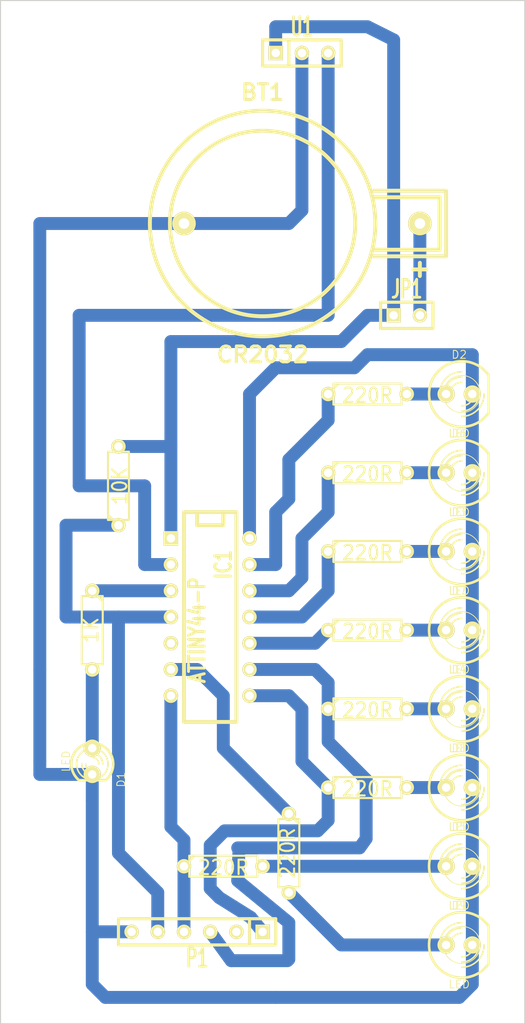
<source format=kicad_pcb>
(kicad_pcb (version 3) (host pcbnew "(2013-07-07 BZR 4022)-stable")

  (general
    (links 40)
    (no_connects 0)
    (area 48.209999 17.729999 99.110001 116.890001)
    (thickness 1.6)
    (drawings 4)
    (tracks 117)
    (zones 0)
    (modules 24)
    (nets 24)
  )

  (page A4)
  (title_block 
    (title "POV Bike")
    (rev 1)
    (company "Garoa Hacker Clube")
    (comment 1 "Daniel Quadros")
  )

  (layers
    (15 F.Cu signal)
    (0 B.Cu signal)
    (16 B.Adhes user)
    (17 F.Adhes user)
    (18 B.Paste user)
    (19 F.Paste user)
    (20 B.SilkS user)
    (21 F.SilkS user)
    (22 B.Mask user)
    (23 F.Mask user)
    (24 Dwgs.User user)
    (25 Cmts.User user)
    (26 Eco1.User user)
    (27 Eco2.User user)
    (28 Edge.Cuts user)
  )

  (setup
    (last_trace_width 1.25)
    (user_trace_width 0.4)
    (user_trace_width 0.75)
    (user_trace_width 1.25)
    (trace_clearance 0.254)
    (zone_clearance 0.508)
    (zone_45_only no)
    (trace_min 0.254)
    (segment_width 0.2)
    (edge_width 0.1)
    (via_size 0.889)
    (via_drill 0.635)
    (via_min_size 0.889)
    (via_min_drill 0.508)
    (uvia_size 0.508)
    (uvia_drill 0.127)
    (uvias_allowed no)
    (uvia_min_size 0.508)
    (uvia_min_drill 0.127)
    (pcb_text_width 0.3)
    (pcb_text_size 1.5 1.5)
    (mod_edge_width 0.15)
    (mod_text_size 1 1)
    (mod_text_width 0.15)
    (pad_size 1.5 1.5)
    (pad_drill 0.6)
    (pad_to_mask_clearance 0)
    (aux_axis_origin 0 0)
    (visible_elements 7FFFFFFF)
    (pcbplotparams
      (layerselection 3178497)
      (usegerberextensions true)
      (excludeedgelayer true)
      (linewidth 0.150000)
      (plotframeref false)
      (viasonmask false)
      (mode 1)
      (useauxorigin false)
      (hpglpennumber 1)
      (hpglpenspeed 20)
      (hpglpendiameter 15)
      (hpglpenoverlay 2)
      (psnegative false)
      (psa4output false)
      (plotreference true)
      (plotvalue true)
      (plotothertext true)
      (plotinvisibletext false)
      (padsonsilk false)
      (subtractmaskfromsilk false)
      (outputformat 1)
      (mirror false)
      (drillshape 1)
      (scaleselection 1)
      (outputdirectory ""))
  )

  (net 0 "")
  (net 1 +BATT)
  (net 2 GND)
  (net 3 N-0000010)
  (net 4 N-0000011)
  (net 5 N-0000012)
  (net 6 N-0000013)
  (net 7 N-0000014)
  (net 8 N-0000015)
  (net 9 N-0000016)
  (net 10 N-0000017)
  (net 11 N-0000018)
  (net 12 N-0000019)
  (net 13 N-000002)
  (net 14 N-0000020)
  (net 15 N-0000021)
  (net 16 N-0000022)
  (net 17 N-0000023)
  (net 18 N-0000024)
  (net 19 N-000004)
  (net 20 N-000005)
  (net 21 N-000006)
  (net 22 N-000008)
  (net 23 N-000009)

  (net_class Default "This is the default net class."
    (clearance 0.254)
    (trace_width 0.254)
    (via_dia 0.889)
    (via_drill 0.635)
    (uvia_dia 0.508)
    (uvia_drill 0.127)
    (add_net "")
    (add_net +BATT)
    (add_net GND)
    (add_net N-0000010)
    (add_net N-0000011)
    (add_net N-0000012)
    (add_net N-0000013)
    (add_net N-0000014)
    (add_net N-0000015)
    (add_net N-0000016)
    (add_net N-0000017)
    (add_net N-0000018)
    (add_net N-0000019)
    (add_net N-000002)
    (add_net N-0000020)
    (add_net N-0000021)
    (add_net N-0000022)
    (add_net N-0000023)
    (add_net N-0000024)
    (add_net N-000004)
    (add_net N-000005)
    (add_net N-000006)
    (add_net N-000008)
    (add_net N-000009)
  )

  (module SIL-6 (layer F.Cu) (tedit 200000) (tstamp 54D0CD51)
    (at 67.31 107.95 180)
    (descr "Connecteur 6 pins")
    (tags "CONN DEV")
    (path /54CFA81D)
    (fp_text reference P1 (at 0 -2.54 180) (layer F.SilkS)
      (effects (font (size 1.72974 1.08712) (thickness 0.3048)))
    )
    (fp_text value CONN_6 (at 0 -2.54 180) (layer F.SilkS) hide
      (effects (font (size 1.524 1.016) (thickness 0.3048)))
    )
    (fp_line (start -7.62 1.27) (end -7.62 -1.27) (layer F.SilkS) (width 0.3048))
    (fp_line (start -7.62 -1.27) (end 7.62 -1.27) (layer F.SilkS) (width 0.3048))
    (fp_line (start 7.62 -1.27) (end 7.62 1.27) (layer F.SilkS) (width 0.3048))
    (fp_line (start 7.62 1.27) (end -7.62 1.27) (layer F.SilkS) (width 0.3048))
    (fp_line (start -5.08 1.27) (end -5.08 -1.27) (layer F.SilkS) (width 0.3048))
    (pad 1 thru_hole rect (at -6.35 0 180) (size 1.397 1.397) (drill 0.8128)
      (layers *.Cu *.Mask F.SilkS)
      (net 11 N-0000018)
    )
    (pad 2 thru_hole circle (at -3.81 0 180) (size 1.397 1.397) (drill 0.8128)
      (layers *.Cu *.Mask F.SilkS)
    )
    (pad 3 thru_hole circle (at -1.27 0 180) (size 1.397 1.397) (drill 0.8128)
      (layers *.Cu *.Mask F.SilkS)
      (net 12 N-0000019)
    )
    (pad 4 thru_hole circle (at 1.27 0 180) (size 1.397 1.397) (drill 0.8128)
      (layers *.Cu *.Mask F.SilkS)
      (net 10 N-0000017)
    )
    (pad 5 thru_hole circle (at 3.81 0 180) (size 1.397 1.397) (drill 0.8128)
      (layers *.Cu *.Mask F.SilkS)
      (net 13 N-000002)
    )
    (pad 6 thru_hole circle (at 6.35 0 180) (size 1.397 1.397) (drill 0.8128)
      (layers *.Cu *.Mask F.SilkS)
      (net 2 GND)
    )
  )

  (module SIL-3 (layer F.Cu) (tedit 200000) (tstamp 54D0C57F)
    (at 77.47 22.86)
    (descr "Connecteur 3 pins")
    (tags "CONN DEV")
    (path /54D0C119)
    (fp_text reference U1 (at 0 -2.54) (layer F.SilkS)
      (effects (font (size 1.7907 1.07696) (thickness 0.3048)))
    )
    (fp_text value A1120 (at 0 -2.54) (layer F.SilkS) hide
      (effects (font (size 1.524 1.016) (thickness 0.3048)))
    )
    (fp_line (start -3.81 1.27) (end -3.81 -1.27) (layer F.SilkS) (width 0.3048))
    (fp_line (start -3.81 -1.27) (end 3.81 -1.27) (layer F.SilkS) (width 0.3048))
    (fp_line (start 3.81 -1.27) (end 3.81 1.27) (layer F.SilkS) (width 0.3048))
    (fp_line (start 3.81 1.27) (end -3.81 1.27) (layer F.SilkS) (width 0.3048))
    (fp_line (start -1.27 -1.27) (end -1.27 1.27) (layer F.SilkS) (width 0.3048))
    (pad 1 thru_hole rect (at -2.54 0) (size 1.397 1.397) (drill 0.8128)
      (layers *.Cu *.Mask F.SilkS)
      (net 1 +BATT)
    )
    (pad 2 thru_hole circle (at 0 0) (size 1.397 1.397) (drill 0.8128)
      (layers *.Cu *.Mask F.SilkS)
      (net 2 GND)
    )
    (pad 3 thru_hole circle (at 2.54 0) (size 1.397 1.397) (drill 0.8128)
      (layers *.Cu *.Mask F.SilkS)
      (net 19 N-000004)
    )
  )

  (module SIL-2 (layer F.Cu) (tedit 200000) (tstamp 54D0C589)
    (at 87.63 48.26)
    (descr "Connecteurs 2 pins")
    (tags "CONN DEV")
    (path /54CFA85B)
    (fp_text reference JP1 (at 0 -2.54) (layer F.SilkS)
      (effects (font (size 1.72974 1.08712) (thickness 0.3048)))
    )
    (fp_text value JUMPER (at 0 -2.54) (layer F.SilkS) hide
      (effects (font (size 1.524 1.016) (thickness 0.3048)))
    )
    (fp_line (start -2.54 1.27) (end -2.54 -1.27) (layer F.SilkS) (width 0.3048))
    (fp_line (start -2.54 -1.27) (end 2.54 -1.27) (layer F.SilkS) (width 0.3048))
    (fp_line (start 2.54 -1.27) (end 2.54 1.27) (layer F.SilkS) (width 0.3048))
    (fp_line (start 2.54 1.27) (end -2.54 1.27) (layer F.SilkS) (width 0.3048))
    (pad 1 thru_hole rect (at -1.27 0) (size 1.397 1.397) (drill 0.8128)
      (layers *.Cu *.Mask F.SilkS)
      (net 1 +BATT)
    )
    (pad 2 thru_hole circle (at 1.27 0) (size 1.397 1.397) (drill 0.8128)
      (layers *.Cu *.Mask F.SilkS)
      (net 20 N-000005)
    )
  )

  (module R3 (layer F.Cu) (tedit 4E4C0E65) (tstamp 54D0C597)
    (at 83.82 55.88)
    (descr "Resitance 3 pas")
    (tags R)
    (path /54CFA791)
    (autoplace_cost180 10)
    (fp_text reference R3 (at 0 0.127) (layer F.SilkS) hide
      (effects (font (size 1.397 1.27) (thickness 0.2032)))
    )
    (fp_text value 220R (at 0 0.127) (layer F.SilkS)
      (effects (font (size 1.397 1.27) (thickness 0.2032)))
    )
    (fp_line (start -3.81 0) (end -3.302 0) (layer F.SilkS) (width 0.2032))
    (fp_line (start 3.81 0) (end 3.302 0) (layer F.SilkS) (width 0.2032))
    (fp_line (start 3.302 0) (end 3.302 -1.016) (layer F.SilkS) (width 0.2032))
    (fp_line (start 3.302 -1.016) (end -3.302 -1.016) (layer F.SilkS) (width 0.2032))
    (fp_line (start -3.302 -1.016) (end -3.302 1.016) (layer F.SilkS) (width 0.2032))
    (fp_line (start -3.302 1.016) (end 3.302 1.016) (layer F.SilkS) (width 0.2032))
    (fp_line (start 3.302 1.016) (end 3.302 0) (layer F.SilkS) (width 0.2032))
    (fp_line (start -3.302 -0.508) (end -2.794 -1.016) (layer F.SilkS) (width 0.2032))
    (pad 1 thru_hole circle (at -3.81 0) (size 1.397 1.397) (drill 0.8128)
      (layers *.Cu *.Mask F.SilkS)
      (net 16 N-0000022)
    )
    (pad 2 thru_hole circle (at 3.81 0) (size 1.397 1.397) (drill 0.8128)
      (layers *.Cu *.Mask F.SilkS)
      (net 17 N-0000023)
    )
    (model discret/resistor.wrl
      (at (xyz 0 0 0))
      (scale (xyz 0.3 0.3 0.3))
      (rotate (xyz 0 0 0))
    )
  )

  (module R3 (layer F.Cu) (tedit 4E4C0E65) (tstamp 54D0C5A5)
    (at 83.82 63.5)
    (descr "Resitance 3 pas")
    (tags R)
    (path /54CFA79E)
    (autoplace_cost180 10)
    (fp_text reference R7 (at 0 0.127) (layer F.SilkS) hide
      (effects (font (size 1.397 1.27) (thickness 0.2032)))
    )
    (fp_text value 220R (at 0 0.127) (layer F.SilkS)
      (effects (font (size 1.397 1.27) (thickness 0.2032)))
    )
    (fp_line (start -3.81 0) (end -3.302 0) (layer F.SilkS) (width 0.2032))
    (fp_line (start 3.81 0) (end 3.302 0) (layer F.SilkS) (width 0.2032))
    (fp_line (start 3.302 0) (end 3.302 -1.016) (layer F.SilkS) (width 0.2032))
    (fp_line (start 3.302 -1.016) (end -3.302 -1.016) (layer F.SilkS) (width 0.2032))
    (fp_line (start -3.302 -1.016) (end -3.302 1.016) (layer F.SilkS) (width 0.2032))
    (fp_line (start -3.302 1.016) (end 3.302 1.016) (layer F.SilkS) (width 0.2032))
    (fp_line (start 3.302 1.016) (end 3.302 0) (layer F.SilkS) (width 0.2032))
    (fp_line (start -3.302 -0.508) (end -2.794 -1.016) (layer F.SilkS) (width 0.2032))
    (pad 1 thru_hole circle (at -3.81 0) (size 1.397 1.397) (drill 0.8128)
      (layers *.Cu *.Mask F.SilkS)
      (net 18 N-0000024)
    )
    (pad 2 thru_hole circle (at 3.81 0) (size 1.397 1.397) (drill 0.8128)
      (layers *.Cu *.Mask F.SilkS)
      (net 4 N-0000011)
    )
    (model discret/resistor.wrl
      (at (xyz 0 0 0))
      (scale (xyz 0.3 0.3 0.3))
      (rotate (xyz 0 0 0))
    )
  )

  (module R3 (layer F.Cu) (tedit 4E4C0E65) (tstamp 54D0C5B3)
    (at 83.82 71.12)
    (descr "Resitance 3 pas")
    (tags R)
    (path /54CFA7A4)
    (autoplace_cost180 10)
    (fp_text reference R4 (at 0 0.127) (layer F.SilkS) hide
      (effects (font (size 1.397 1.27) (thickness 0.2032)))
    )
    (fp_text value 220R (at 0 0.127) (layer F.SilkS)
      (effects (font (size 1.397 1.27) (thickness 0.2032)))
    )
    (fp_line (start -3.81 0) (end -3.302 0) (layer F.SilkS) (width 0.2032))
    (fp_line (start 3.81 0) (end 3.302 0) (layer F.SilkS) (width 0.2032))
    (fp_line (start 3.302 0) (end 3.302 -1.016) (layer F.SilkS) (width 0.2032))
    (fp_line (start 3.302 -1.016) (end -3.302 -1.016) (layer F.SilkS) (width 0.2032))
    (fp_line (start -3.302 -1.016) (end -3.302 1.016) (layer F.SilkS) (width 0.2032))
    (fp_line (start -3.302 1.016) (end 3.302 1.016) (layer F.SilkS) (width 0.2032))
    (fp_line (start 3.302 1.016) (end 3.302 0) (layer F.SilkS) (width 0.2032))
    (fp_line (start -3.302 -0.508) (end -2.794 -1.016) (layer F.SilkS) (width 0.2032))
    (pad 1 thru_hole circle (at -3.81 0) (size 1.397 1.397) (drill 0.8128)
      (layers *.Cu *.Mask F.SilkS)
      (net 8 N-0000015)
    )
    (pad 2 thru_hole circle (at 3.81 0) (size 1.397 1.397) (drill 0.8128)
      (layers *.Cu *.Mask F.SilkS)
      (net 6 N-0000013)
    )
    (model discret/resistor.wrl
      (at (xyz 0 0 0))
      (scale (xyz 0.3 0.3 0.3))
      (rotate (xyz 0 0 0))
    )
  )

  (module R3 (layer F.Cu) (tedit 4E4C0E65) (tstamp 54D0C5C1)
    (at 83.82 78.74)
    (descr "Resitance 3 pas")
    (tags R)
    (path /54CFA7AA)
    (autoplace_cost180 10)
    (fp_text reference R8 (at 0 0.127) (layer F.SilkS) hide
      (effects (font (size 1.397 1.27) (thickness 0.2032)))
    )
    (fp_text value 220R (at 0 0.127) (layer F.SilkS)
      (effects (font (size 1.397 1.27) (thickness 0.2032)))
    )
    (fp_line (start -3.81 0) (end -3.302 0) (layer F.SilkS) (width 0.2032))
    (fp_line (start 3.81 0) (end 3.302 0) (layer F.SilkS) (width 0.2032))
    (fp_line (start 3.302 0) (end 3.302 -1.016) (layer F.SilkS) (width 0.2032))
    (fp_line (start 3.302 -1.016) (end -3.302 -1.016) (layer F.SilkS) (width 0.2032))
    (fp_line (start -3.302 -1.016) (end -3.302 1.016) (layer F.SilkS) (width 0.2032))
    (fp_line (start -3.302 1.016) (end 3.302 1.016) (layer F.SilkS) (width 0.2032))
    (fp_line (start 3.302 1.016) (end 3.302 0) (layer F.SilkS) (width 0.2032))
    (fp_line (start -3.302 -0.508) (end -2.794 -1.016) (layer F.SilkS) (width 0.2032))
    (pad 1 thru_hole circle (at -3.81 0) (size 1.397 1.397) (drill 0.8128)
      (layers *.Cu *.Mask F.SilkS)
      (net 14 N-0000020)
    )
    (pad 2 thru_hole circle (at 3.81 0) (size 1.397 1.397) (drill 0.8128)
      (layers *.Cu *.Mask F.SilkS)
      (net 23 N-000009)
    )
    (model discret/resistor.wrl
      (at (xyz 0 0 0))
      (scale (xyz 0.3 0.3 0.3))
      (rotate (xyz 0 0 0))
    )
  )

  (module R3 (layer F.Cu) (tedit 4E4C0E65) (tstamp 54D0C5CF)
    (at 83.82 86.36)
    (descr "Resitance 3 pas")
    (tags R)
    (path /54CFA7B0)
    (autoplace_cost180 10)
    (fp_text reference R5 (at 0 0.127) (layer F.SilkS) hide
      (effects (font (size 1.397 1.27) (thickness 0.2032)))
    )
    (fp_text value 220R (at 0 0.127) (layer F.SilkS)
      (effects (font (size 1.397 1.27) (thickness 0.2032)))
    )
    (fp_line (start -3.81 0) (end -3.302 0) (layer F.SilkS) (width 0.2032))
    (fp_line (start 3.81 0) (end 3.302 0) (layer F.SilkS) (width 0.2032))
    (fp_line (start 3.302 0) (end 3.302 -1.016) (layer F.SilkS) (width 0.2032))
    (fp_line (start 3.302 -1.016) (end -3.302 -1.016) (layer F.SilkS) (width 0.2032))
    (fp_line (start -3.302 -1.016) (end -3.302 1.016) (layer F.SilkS) (width 0.2032))
    (fp_line (start -3.302 1.016) (end 3.302 1.016) (layer F.SilkS) (width 0.2032))
    (fp_line (start 3.302 1.016) (end 3.302 0) (layer F.SilkS) (width 0.2032))
    (fp_line (start -3.302 -0.508) (end -2.794 -1.016) (layer F.SilkS) (width 0.2032))
    (pad 1 thru_hole circle (at -3.81 0) (size 1.397 1.397) (drill 0.8128)
      (layers *.Cu *.Mask F.SilkS)
      (net 12 N-0000019)
    )
    (pad 2 thru_hole circle (at 3.81 0) (size 1.397 1.397) (drill 0.8128)
      (layers *.Cu *.Mask F.SilkS)
      (net 7 N-0000014)
    )
    (model discret/resistor.wrl
      (at (xyz 0 0 0))
      (scale (xyz 0.3 0.3 0.3))
      (rotate (xyz 0 0 0))
    )
  )

  (module R3 (layer F.Cu) (tedit 4E4C0E65) (tstamp 54D0C5DD)
    (at 83.82 93.98)
    (descr "Resitance 3 pas")
    (tags R)
    (path /54CFA7B6)
    (autoplace_cost180 10)
    (fp_text reference R9 (at 0 0.127) (layer F.SilkS) hide
      (effects (font (size 1.397 1.27) (thickness 0.2032)))
    )
    (fp_text value 220R (at 0 0.127) (layer F.SilkS)
      (effects (font (size 1.397 1.27) (thickness 0.2032)))
    )
    (fp_line (start -3.81 0) (end -3.302 0) (layer F.SilkS) (width 0.2032))
    (fp_line (start 3.81 0) (end 3.302 0) (layer F.SilkS) (width 0.2032))
    (fp_line (start 3.302 0) (end 3.302 -1.016) (layer F.SilkS) (width 0.2032))
    (fp_line (start 3.302 -1.016) (end -3.302 -1.016) (layer F.SilkS) (width 0.2032))
    (fp_line (start -3.302 -1.016) (end -3.302 1.016) (layer F.SilkS) (width 0.2032))
    (fp_line (start -3.302 1.016) (end 3.302 1.016) (layer F.SilkS) (width 0.2032))
    (fp_line (start 3.302 1.016) (end 3.302 0) (layer F.SilkS) (width 0.2032))
    (fp_line (start -3.302 -0.508) (end -2.794 -1.016) (layer F.SilkS) (width 0.2032))
    (pad 1 thru_hole circle (at -3.81 0) (size 1.397 1.397) (drill 0.8128)
      (layers *.Cu *.Mask F.SilkS)
      (net 11 N-0000018)
    )
    (pad 2 thru_hole circle (at 3.81 0) (size 1.397 1.397) (drill 0.8128)
      (layers *.Cu *.Mask F.SilkS)
      (net 3 N-0000010)
    )
    (model discret/resistor.wrl
      (at (xyz 0 0 0))
      (scale (xyz 0.3 0.3 0.3))
      (rotate (xyz 0 0 0))
    )
  )

  (module R3 (layer F.Cu) (tedit 4E4C0E65) (tstamp 54D0D10E)
    (at 69.85 101.6)
    (descr "Resitance 3 pas")
    (tags R)
    (path /54CFA7BC)
    (autoplace_cost180 10)
    (fp_text reference R6 (at 0 0.127) (layer F.SilkS) hide
      (effects (font (size 1.397 1.27) (thickness 0.2032)))
    )
    (fp_text value 220R (at 0 0.127) (layer F.SilkS)
      (effects (font (size 1.397 1.27) (thickness 0.2032)))
    )
    (fp_line (start -3.81 0) (end -3.302 0) (layer F.SilkS) (width 0.2032))
    (fp_line (start 3.81 0) (end 3.302 0) (layer F.SilkS) (width 0.2032))
    (fp_line (start 3.302 0) (end 3.302 -1.016) (layer F.SilkS) (width 0.2032))
    (fp_line (start 3.302 -1.016) (end -3.302 -1.016) (layer F.SilkS) (width 0.2032))
    (fp_line (start -3.302 -1.016) (end -3.302 1.016) (layer F.SilkS) (width 0.2032))
    (fp_line (start -3.302 1.016) (end 3.302 1.016) (layer F.SilkS) (width 0.2032))
    (fp_line (start 3.302 1.016) (end 3.302 0) (layer F.SilkS) (width 0.2032))
    (fp_line (start -3.302 -0.508) (end -2.794 -1.016) (layer F.SilkS) (width 0.2032))
    (pad 1 thru_hole circle (at -3.81 0) (size 1.397 1.397) (drill 0.8128)
      (layers *.Cu *.Mask F.SilkS)
      (net 10 N-0000017)
    )
    (pad 2 thru_hole circle (at 3.81 0) (size 1.397 1.397) (drill 0.8128)
      (layers *.Cu *.Mask F.SilkS)
      (net 15 N-0000021)
    )
    (model discret/resistor.wrl
      (at (xyz 0 0 0))
      (scale (xyz 0.3 0.3 0.3))
      (rotate (xyz 0 0 0))
    )
  )

  (module R3 (layer F.Cu) (tedit 4E4C0E65) (tstamp 54D0D017)
    (at 76.2 100.33 270)
    (descr "Resitance 3 pas")
    (tags R)
    (path /54CFA7C2)
    (autoplace_cost180 10)
    (fp_text reference R10 (at 0 0.127 270) (layer F.SilkS) hide
      (effects (font (size 1.397 1.27) (thickness 0.2032)))
    )
    (fp_text value 220R (at 0 0.127 270) (layer F.SilkS)
      (effects (font (size 1.397 1.27) (thickness 0.2032)))
    )
    (fp_line (start -3.81 0) (end -3.302 0) (layer F.SilkS) (width 0.2032))
    (fp_line (start 3.81 0) (end 3.302 0) (layer F.SilkS) (width 0.2032))
    (fp_line (start 3.302 0) (end 3.302 -1.016) (layer F.SilkS) (width 0.2032))
    (fp_line (start 3.302 -1.016) (end -3.302 -1.016) (layer F.SilkS) (width 0.2032))
    (fp_line (start -3.302 -1.016) (end -3.302 1.016) (layer F.SilkS) (width 0.2032))
    (fp_line (start -3.302 1.016) (end 3.302 1.016) (layer F.SilkS) (width 0.2032))
    (fp_line (start 3.302 1.016) (end 3.302 0) (layer F.SilkS) (width 0.2032))
    (fp_line (start -3.302 -0.508) (end -2.794 -1.016) (layer F.SilkS) (width 0.2032))
    (pad 1 thru_hole circle (at -3.81 0 270) (size 1.397 1.397) (drill 0.8128)
      (layers *.Cu *.Mask F.SilkS)
      (net 9 N-0000016)
    )
    (pad 2 thru_hole circle (at 3.81 0 270) (size 1.397 1.397) (drill 0.8128)
      (layers *.Cu *.Mask F.SilkS)
      (net 5 N-0000012)
    )
    (model discret/resistor.wrl
      (at (xyz 0 0 0))
      (scale (xyz 0.3 0.3 0.3))
      (rotate (xyz 0 0 0))
    )
  )

  (module R3 (layer F.Cu) (tedit 4E4C0E65) (tstamp 54D0CAEB)
    (at 57.15 78.74 270)
    (descr "Resitance 3 pas")
    (tags R)
    (path /54CFAC52)
    (autoplace_cost180 10)
    (fp_text reference R1 (at 0 0.127 270) (layer F.SilkS) hide
      (effects (font (size 1.397 1.27) (thickness 0.2032)))
    )
    (fp_text value 1K (at 0 0.127 270) (layer F.SilkS)
      (effects (font (size 1.397 1.27) (thickness 0.2032)))
    )
    (fp_line (start -3.81 0) (end -3.302 0) (layer F.SilkS) (width 0.2032))
    (fp_line (start 3.81 0) (end 3.302 0) (layer F.SilkS) (width 0.2032))
    (fp_line (start 3.302 0) (end 3.302 -1.016) (layer F.SilkS) (width 0.2032))
    (fp_line (start 3.302 -1.016) (end -3.302 -1.016) (layer F.SilkS) (width 0.2032))
    (fp_line (start -3.302 -1.016) (end -3.302 1.016) (layer F.SilkS) (width 0.2032))
    (fp_line (start -3.302 1.016) (end 3.302 1.016) (layer F.SilkS) (width 0.2032))
    (fp_line (start 3.302 1.016) (end 3.302 0) (layer F.SilkS) (width 0.2032))
    (fp_line (start -3.302 -0.508) (end -2.794 -1.016) (layer F.SilkS) (width 0.2032))
    (pad 1 thru_hole circle (at -3.81 0 270) (size 1.397 1.397) (drill 0.8128)
      (layers *.Cu *.Mask F.SilkS)
      (net 21 N-000006)
    )
    (pad 2 thru_hole circle (at 3.81 0 270) (size 1.397 1.397) (drill 0.8128)
      (layers *.Cu *.Mask F.SilkS)
      (net 22 N-000008)
    )
    (model discret/resistor.wrl
      (at (xyz 0 0 0))
      (scale (xyz 0.3 0.3 0.3))
      (rotate (xyz 0 0 0))
    )
  )

  (module R3 (layer F.Cu) (tedit 4E4C0E65) (tstamp 54D0C615)
    (at 59.69 64.77 90)
    (descr "Resitance 3 pas")
    (tags R)
    (path /54CFABA3)
    (autoplace_cost180 10)
    (fp_text reference R2 (at 0 0.127 90) (layer F.SilkS) hide
      (effects (font (size 1.397 1.27) (thickness 0.2032)))
    )
    (fp_text value 10K (at 0 0.127 90) (layer F.SilkS)
      (effects (font (size 1.397 1.27) (thickness 0.2032)))
    )
    (fp_line (start -3.81 0) (end -3.302 0) (layer F.SilkS) (width 0.2032))
    (fp_line (start 3.81 0) (end 3.302 0) (layer F.SilkS) (width 0.2032))
    (fp_line (start 3.302 0) (end 3.302 -1.016) (layer F.SilkS) (width 0.2032))
    (fp_line (start 3.302 -1.016) (end -3.302 -1.016) (layer F.SilkS) (width 0.2032))
    (fp_line (start -3.302 -1.016) (end -3.302 1.016) (layer F.SilkS) (width 0.2032))
    (fp_line (start -3.302 1.016) (end 3.302 1.016) (layer F.SilkS) (width 0.2032))
    (fp_line (start 3.302 1.016) (end 3.302 0) (layer F.SilkS) (width 0.2032))
    (fp_line (start -3.302 -0.508) (end -2.794 -1.016) (layer F.SilkS) (width 0.2032))
    (pad 1 thru_hole circle (at -3.81 0 90) (size 1.397 1.397) (drill 0.8128)
      (layers *.Cu *.Mask F.SilkS)
      (net 13 N-000002)
    )
    (pad 2 thru_hole circle (at 3.81 0 90) (size 1.397 1.397) (drill 0.8128)
      (layers *.Cu *.Mask F.SilkS)
      (net 1 +BATT)
    )
    (model discret/resistor.wrl
      (at (xyz 0 0 0))
      (scale (xyz 0.3 0.3 0.3))
      (rotate (xyz 0 0 0))
    )
  )

  (module LED-5MM (layer F.Cu) (tedit 50ADE86B) (tstamp 54D0C624)
    (at 92.71 86.36)
    (descr "LED 5mm - Lead pitch 100mil (2,54mm)")
    (tags "LED led 5mm 5MM 100mil 2,54mm")
    (path /54CFA7DD)
    (fp_text reference D4 (at 0 -3.81) (layer F.SilkS)
      (effects (font (size 0.762 0.762) (thickness 0.0889)))
    )
    (fp_text value LED (at 0 3.81) (layer F.SilkS)
      (effects (font (size 0.762 0.762) (thickness 0.0889)))
    )
    (fp_line (start 2.8448 1.905) (end 2.8448 -1.905) (layer F.SilkS) (width 0.2032))
    (fp_circle (center 0.254 0) (end -1.016 1.27) (layer F.SilkS) (width 0.0762))
    (fp_arc (start 0.254 0) (end 2.794 1.905) (angle 286.2) (layer F.SilkS) (width 0.254))
    (fp_arc (start 0.254 0) (end -0.889 0) (angle 90) (layer F.SilkS) (width 0.1524))
    (fp_arc (start 0.254 0) (end 1.397 0) (angle 90) (layer F.SilkS) (width 0.1524))
    (fp_arc (start 0.254 0) (end -1.397 0) (angle 90) (layer F.SilkS) (width 0.1524))
    (fp_arc (start 0.254 0) (end 1.905 0) (angle 90) (layer F.SilkS) (width 0.1524))
    (fp_arc (start 0.254 0) (end -1.905 0) (angle 90) (layer F.SilkS) (width 0.1524))
    (fp_arc (start 0.254 0) (end 2.413 0) (angle 90) (layer F.SilkS) (width 0.1524))
    (pad 1 thru_hole circle (at -1.27 0) (size 1.6764 1.6764) (drill 0.8128)
      (layers *.Cu *.Mask F.SilkS)
      (net 7 N-0000014)
    )
    (pad 2 thru_hole circle (at 1.27 0) (size 1.6764 1.6764) (drill 0.8128)
      (layers *.Cu *.Mask F.SilkS)
      (net 2 GND)
    )
    (model discret/leds/led5_vertical_verde.wrl
      (at (xyz 0 0 0))
      (scale (xyz 1 1 1))
      (rotate (xyz 0 0 0))
    )
  )

  (module LED-5MM (layer F.Cu) (tedit 50ADE86B) (tstamp 54D0C633)
    (at 92.71 63.5)
    (descr "LED 5mm - Lead pitch 100mil (2,54mm)")
    (tags "LED led 5mm 5MM 100mil 2,54mm")
    (path /54CFA805)
    (fp_text reference D6 (at 0 -3.81) (layer F.SilkS)
      (effects (font (size 0.762 0.762) (thickness 0.0889)))
    )
    (fp_text value LED (at 0 3.81) (layer F.SilkS)
      (effects (font (size 0.762 0.762) (thickness 0.0889)))
    )
    (fp_line (start 2.8448 1.905) (end 2.8448 -1.905) (layer F.SilkS) (width 0.2032))
    (fp_circle (center 0.254 0) (end -1.016 1.27) (layer F.SilkS) (width 0.0762))
    (fp_arc (start 0.254 0) (end 2.794 1.905) (angle 286.2) (layer F.SilkS) (width 0.254))
    (fp_arc (start 0.254 0) (end -0.889 0) (angle 90) (layer F.SilkS) (width 0.1524))
    (fp_arc (start 0.254 0) (end 1.397 0) (angle 90) (layer F.SilkS) (width 0.1524))
    (fp_arc (start 0.254 0) (end -1.397 0) (angle 90) (layer F.SilkS) (width 0.1524))
    (fp_arc (start 0.254 0) (end 1.905 0) (angle 90) (layer F.SilkS) (width 0.1524))
    (fp_arc (start 0.254 0) (end -1.905 0) (angle 90) (layer F.SilkS) (width 0.1524))
    (fp_arc (start 0.254 0) (end 2.413 0) (angle 90) (layer F.SilkS) (width 0.1524))
    (pad 1 thru_hole circle (at -1.27 0) (size 1.6764 1.6764) (drill 0.8128)
      (layers *.Cu *.Mask F.SilkS)
      (net 4 N-0000011)
    )
    (pad 2 thru_hole circle (at 1.27 0) (size 1.6764 1.6764) (drill 0.8128)
      (layers *.Cu *.Mask F.SilkS)
      (net 2 GND)
    )
    (model discret/leds/led5_vertical_verde.wrl
      (at (xyz 0 0 0))
      (scale (xyz 1 1 1))
      (rotate (xyz 0 0 0))
    )
  )

  (module LED-5MM (layer F.Cu) (tedit 50ADE86B) (tstamp 54D0C642)
    (at 92.71 78.74)
    (descr "LED 5mm - Lead pitch 100mil (2,54mm)")
    (tags "LED led 5mm 5MM 100mil 2,54mm")
    (path /54CFA7FF)
    (fp_text reference D7 (at 0 -3.81) (layer F.SilkS)
      (effects (font (size 0.762 0.762) (thickness 0.0889)))
    )
    (fp_text value LED (at 0 3.81) (layer F.SilkS)
      (effects (font (size 0.762 0.762) (thickness 0.0889)))
    )
    (fp_line (start 2.8448 1.905) (end 2.8448 -1.905) (layer F.SilkS) (width 0.2032))
    (fp_circle (center 0.254 0) (end -1.016 1.27) (layer F.SilkS) (width 0.0762))
    (fp_arc (start 0.254 0) (end 2.794 1.905) (angle 286.2) (layer F.SilkS) (width 0.254))
    (fp_arc (start 0.254 0) (end -0.889 0) (angle 90) (layer F.SilkS) (width 0.1524))
    (fp_arc (start 0.254 0) (end 1.397 0) (angle 90) (layer F.SilkS) (width 0.1524))
    (fp_arc (start 0.254 0) (end -1.397 0) (angle 90) (layer F.SilkS) (width 0.1524))
    (fp_arc (start 0.254 0) (end 1.905 0) (angle 90) (layer F.SilkS) (width 0.1524))
    (fp_arc (start 0.254 0) (end -1.905 0) (angle 90) (layer F.SilkS) (width 0.1524))
    (fp_arc (start 0.254 0) (end 2.413 0) (angle 90) (layer F.SilkS) (width 0.1524))
    (pad 1 thru_hole circle (at -1.27 0) (size 1.6764 1.6764) (drill 0.8128)
      (layers *.Cu *.Mask F.SilkS)
      (net 23 N-000009)
    )
    (pad 2 thru_hole circle (at 1.27 0) (size 1.6764 1.6764) (drill 0.8128)
      (layers *.Cu *.Mask F.SilkS)
      (net 2 GND)
    )
    (model discret/leds/led5_vertical_verde.wrl
      (at (xyz 0 0 0))
      (scale (xyz 1 1 1))
      (rotate (xyz 0 0 0))
    )
  )

  (module LED-5MM (layer F.Cu) (tedit 50ADE86B) (tstamp 54D0C651)
    (at 92.71 93.98)
    (descr "LED 5mm - Lead pitch 100mil (2,54mm)")
    (tags "LED led 5mm 5MM 100mil 2,54mm")
    (path /54CFA7F9)
    (fp_text reference D8 (at 0 -3.81) (layer F.SilkS)
      (effects (font (size 0.762 0.762) (thickness 0.0889)))
    )
    (fp_text value LED (at 0 3.81) (layer F.SilkS)
      (effects (font (size 0.762 0.762) (thickness 0.0889)))
    )
    (fp_line (start 2.8448 1.905) (end 2.8448 -1.905) (layer F.SilkS) (width 0.2032))
    (fp_circle (center 0.254 0) (end -1.016 1.27) (layer F.SilkS) (width 0.0762))
    (fp_arc (start 0.254 0) (end 2.794 1.905) (angle 286.2) (layer F.SilkS) (width 0.254))
    (fp_arc (start 0.254 0) (end -0.889 0) (angle 90) (layer F.SilkS) (width 0.1524))
    (fp_arc (start 0.254 0) (end 1.397 0) (angle 90) (layer F.SilkS) (width 0.1524))
    (fp_arc (start 0.254 0) (end -1.397 0) (angle 90) (layer F.SilkS) (width 0.1524))
    (fp_arc (start 0.254 0) (end 1.905 0) (angle 90) (layer F.SilkS) (width 0.1524))
    (fp_arc (start 0.254 0) (end -1.905 0) (angle 90) (layer F.SilkS) (width 0.1524))
    (fp_arc (start 0.254 0) (end 2.413 0) (angle 90) (layer F.SilkS) (width 0.1524))
    (pad 1 thru_hole circle (at -1.27 0) (size 1.6764 1.6764) (drill 0.8128)
      (layers *.Cu *.Mask F.SilkS)
      (net 3 N-0000010)
    )
    (pad 2 thru_hole circle (at 1.27 0) (size 1.6764 1.6764) (drill 0.8128)
      (layers *.Cu *.Mask F.SilkS)
      (net 2 GND)
    )
    (model discret/leds/led5_vertical_verde.wrl
      (at (xyz 0 0 0))
      (scale (xyz 1 1 1))
      (rotate (xyz 0 0 0))
    )
  )

  (module LED-5MM (layer F.Cu) (tedit 50ADE86B) (tstamp 54D0C660)
    (at 92.71 109.22)
    (descr "LED 5mm - Lead pitch 100mil (2,54mm)")
    (tags "LED led 5mm 5MM 100mil 2,54mm")
    (path /54CFA7F3)
    (fp_text reference D9 (at 0 -3.81) (layer F.SilkS)
      (effects (font (size 0.762 0.762) (thickness 0.0889)))
    )
    (fp_text value LED (at 0 3.81) (layer F.SilkS)
      (effects (font (size 0.762 0.762) (thickness 0.0889)))
    )
    (fp_line (start 2.8448 1.905) (end 2.8448 -1.905) (layer F.SilkS) (width 0.2032))
    (fp_circle (center 0.254 0) (end -1.016 1.27) (layer F.SilkS) (width 0.0762))
    (fp_arc (start 0.254 0) (end 2.794 1.905) (angle 286.2) (layer F.SilkS) (width 0.254))
    (fp_arc (start 0.254 0) (end -0.889 0) (angle 90) (layer F.SilkS) (width 0.1524))
    (fp_arc (start 0.254 0) (end 1.397 0) (angle 90) (layer F.SilkS) (width 0.1524))
    (fp_arc (start 0.254 0) (end -1.397 0) (angle 90) (layer F.SilkS) (width 0.1524))
    (fp_arc (start 0.254 0) (end 1.905 0) (angle 90) (layer F.SilkS) (width 0.1524))
    (fp_arc (start 0.254 0) (end -1.905 0) (angle 90) (layer F.SilkS) (width 0.1524))
    (fp_arc (start 0.254 0) (end 2.413 0) (angle 90) (layer F.SilkS) (width 0.1524))
    (pad 1 thru_hole circle (at -1.27 0) (size 1.6764 1.6764) (drill 0.8128)
      (layers *.Cu *.Mask F.SilkS)
      (net 5 N-0000012)
    )
    (pad 2 thru_hole circle (at 1.27 0) (size 1.6764 1.6764) (drill 0.8128)
      (layers *.Cu *.Mask F.SilkS)
      (net 2 GND)
    )
    (model discret/leds/led5_vertical_verde.wrl
      (at (xyz 0 0 0))
      (scale (xyz 1 1 1))
      (rotate (xyz 0 0 0))
    )
  )

  (module LED-5MM (layer F.Cu) (tedit 50ADE86B) (tstamp 54D0C66F)
    (at 92.71 101.6)
    (descr "LED 5mm - Lead pitch 100mil (2,54mm)")
    (tags "LED led 5mm 5MM 100mil 2,54mm")
    (path /54CFA7ED)
    (fp_text reference D5 (at 0 -3.81) (layer F.SilkS)
      (effects (font (size 0.762 0.762) (thickness 0.0889)))
    )
    (fp_text value LED (at 0 3.81) (layer F.SilkS)
      (effects (font (size 0.762 0.762) (thickness 0.0889)))
    )
    (fp_line (start 2.8448 1.905) (end 2.8448 -1.905) (layer F.SilkS) (width 0.2032))
    (fp_circle (center 0.254 0) (end -1.016 1.27) (layer F.SilkS) (width 0.0762))
    (fp_arc (start 0.254 0) (end 2.794 1.905) (angle 286.2) (layer F.SilkS) (width 0.254))
    (fp_arc (start 0.254 0) (end -0.889 0) (angle 90) (layer F.SilkS) (width 0.1524))
    (fp_arc (start 0.254 0) (end 1.397 0) (angle 90) (layer F.SilkS) (width 0.1524))
    (fp_arc (start 0.254 0) (end -1.397 0) (angle 90) (layer F.SilkS) (width 0.1524))
    (fp_arc (start 0.254 0) (end 1.905 0) (angle 90) (layer F.SilkS) (width 0.1524))
    (fp_arc (start 0.254 0) (end -1.905 0) (angle 90) (layer F.SilkS) (width 0.1524))
    (fp_arc (start 0.254 0) (end 2.413 0) (angle 90) (layer F.SilkS) (width 0.1524))
    (pad 1 thru_hole circle (at -1.27 0) (size 1.6764 1.6764) (drill 0.8128)
      (layers *.Cu *.Mask F.SilkS)
      (net 15 N-0000021)
    )
    (pad 2 thru_hole circle (at 1.27 0) (size 1.6764 1.6764) (drill 0.8128)
      (layers *.Cu *.Mask F.SilkS)
      (net 2 GND)
    )
    (model discret/leds/led5_vertical_verde.wrl
      (at (xyz 0 0 0))
      (scale (xyz 1 1 1))
      (rotate (xyz 0 0 0))
    )
  )

  (module LED-5MM (layer F.Cu) (tedit 50ADE86B) (tstamp 54D0C67E)
    (at 92.71 71.12)
    (descr "LED 5mm - Lead pitch 100mil (2,54mm)")
    (tags "LED led 5mm 5MM 100mil 2,54mm")
    (path /54CFA7D7)
    (fp_text reference D3 (at 0 -3.81) (layer F.SilkS)
      (effects (font (size 0.762 0.762) (thickness 0.0889)))
    )
    (fp_text value LED (at 0 3.81) (layer F.SilkS)
      (effects (font (size 0.762 0.762) (thickness 0.0889)))
    )
    (fp_line (start 2.8448 1.905) (end 2.8448 -1.905) (layer F.SilkS) (width 0.2032))
    (fp_circle (center 0.254 0) (end -1.016 1.27) (layer F.SilkS) (width 0.0762))
    (fp_arc (start 0.254 0) (end 2.794 1.905) (angle 286.2) (layer F.SilkS) (width 0.254))
    (fp_arc (start 0.254 0) (end -0.889 0) (angle 90) (layer F.SilkS) (width 0.1524))
    (fp_arc (start 0.254 0) (end 1.397 0) (angle 90) (layer F.SilkS) (width 0.1524))
    (fp_arc (start 0.254 0) (end -1.397 0) (angle 90) (layer F.SilkS) (width 0.1524))
    (fp_arc (start 0.254 0) (end 1.905 0) (angle 90) (layer F.SilkS) (width 0.1524))
    (fp_arc (start 0.254 0) (end -1.905 0) (angle 90) (layer F.SilkS) (width 0.1524))
    (fp_arc (start 0.254 0) (end 2.413 0) (angle 90) (layer F.SilkS) (width 0.1524))
    (pad 1 thru_hole circle (at -1.27 0) (size 1.6764 1.6764) (drill 0.8128)
      (layers *.Cu *.Mask F.SilkS)
      (net 6 N-0000013)
    )
    (pad 2 thru_hole circle (at 1.27 0) (size 1.6764 1.6764) (drill 0.8128)
      (layers *.Cu *.Mask F.SilkS)
      (net 2 GND)
    )
    (model discret/leds/led5_vertical_verde.wrl
      (at (xyz 0 0 0))
      (scale (xyz 1 1 1))
      (rotate (xyz 0 0 0))
    )
  )

  (module LED-5MM (layer F.Cu) (tedit 50ADE86B) (tstamp 54D0C68D)
    (at 92.71 55.88)
    (descr "LED 5mm - Lead pitch 100mil (2,54mm)")
    (tags "LED led 5mm 5MM 100mil 2,54mm")
    (path /54CFA7CA)
    (fp_text reference D2 (at 0 -3.81) (layer F.SilkS)
      (effects (font (size 0.762 0.762) (thickness 0.0889)))
    )
    (fp_text value LED (at 0 3.81) (layer F.SilkS)
      (effects (font (size 0.762 0.762) (thickness 0.0889)))
    )
    (fp_line (start 2.8448 1.905) (end 2.8448 -1.905) (layer F.SilkS) (width 0.2032))
    (fp_circle (center 0.254 0) (end -1.016 1.27) (layer F.SilkS) (width 0.0762))
    (fp_arc (start 0.254 0) (end 2.794 1.905) (angle 286.2) (layer F.SilkS) (width 0.254))
    (fp_arc (start 0.254 0) (end -0.889 0) (angle 90) (layer F.SilkS) (width 0.1524))
    (fp_arc (start 0.254 0) (end 1.397 0) (angle 90) (layer F.SilkS) (width 0.1524))
    (fp_arc (start 0.254 0) (end -1.397 0) (angle 90) (layer F.SilkS) (width 0.1524))
    (fp_arc (start 0.254 0) (end 1.905 0) (angle 90) (layer F.SilkS) (width 0.1524))
    (fp_arc (start 0.254 0) (end -1.905 0) (angle 90) (layer F.SilkS) (width 0.1524))
    (fp_arc (start 0.254 0) (end 2.413 0) (angle 90) (layer F.SilkS) (width 0.1524))
    (pad 1 thru_hole circle (at -1.27 0) (size 1.6764 1.6764) (drill 0.8128)
      (layers *.Cu *.Mask F.SilkS)
      (net 17 N-0000023)
    )
    (pad 2 thru_hole circle (at 1.27 0) (size 1.6764 1.6764) (drill 0.8128)
      (layers *.Cu *.Mask F.SilkS)
      (net 2 GND)
    )
    (model discret/leds/led5_vertical_verde.wrl
      (at (xyz 0 0 0))
      (scale (xyz 1 1 1))
      (rotate (xyz 0 0 0))
    )
  )

  (module LED-3MM (layer F.Cu) (tedit 50ADE848) (tstamp 54D0C6A6)
    (at 57.15 91.44 270)
    (descr "LED 3mm - Lead pitch 100mil (2,54mm)")
    (tags "LED led 3mm 3MM 100mil 2,54mm")
    (path /54CFAC58)
    (fp_text reference D1 (at 1.778 -2.794 270) (layer F.SilkS)
      (effects (font (size 0.762 0.762) (thickness 0.0889)))
    )
    (fp_text value LED (at 0 2.54 270) (layer F.SilkS)
      (effects (font (size 0.762 0.762) (thickness 0.0889)))
    )
    (fp_line (start 1.8288 1.27) (end 1.8288 -1.27) (layer F.SilkS) (width 0.254))
    (fp_arc (start 0.254 0) (end -1.27 0) (angle 39.8) (layer F.SilkS) (width 0.1524))
    (fp_arc (start 0.254 0) (end -0.88392 1.01092) (angle 41.6) (layer F.SilkS) (width 0.1524))
    (fp_arc (start 0.254 0) (end 1.4097 -0.9906) (angle 40.6) (layer F.SilkS) (width 0.1524))
    (fp_arc (start 0.254 0) (end 1.778 0) (angle 39.8) (layer F.SilkS) (width 0.1524))
    (fp_arc (start 0.254 0) (end 0.254 -1.524) (angle 54.4) (layer F.SilkS) (width 0.1524))
    (fp_arc (start 0.254 0) (end -0.9652 -0.9144) (angle 53.1) (layer F.SilkS) (width 0.1524))
    (fp_arc (start 0.254 0) (end 1.45542 0.93472) (angle 52.1) (layer F.SilkS) (width 0.1524))
    (fp_arc (start 0.254 0) (end 0.254 1.524) (angle 52.1) (layer F.SilkS) (width 0.1524))
    (fp_arc (start 0.254 0) (end -0.381 0) (angle 90) (layer F.SilkS) (width 0.1524))
    (fp_arc (start 0.254 0) (end -0.762 0) (angle 90) (layer F.SilkS) (width 0.1524))
    (fp_arc (start 0.254 0) (end 0.889 0) (angle 90) (layer F.SilkS) (width 0.1524))
    (fp_arc (start 0.254 0) (end 1.27 0) (angle 90) (layer F.SilkS) (width 0.1524))
    (fp_arc (start 0.254 0) (end 0.254 -2.032) (angle 50.1) (layer F.SilkS) (width 0.254))
    (fp_arc (start 0.254 0) (end -1.5367 -0.95504) (angle 61.9) (layer F.SilkS) (width 0.254))
    (fp_arc (start 0.254 0) (end 1.8034 1.31064) (angle 49.7) (layer F.SilkS) (width 0.254))
    (fp_arc (start 0.254 0) (end 0.254 2.032) (angle 60.2) (layer F.SilkS) (width 0.254))
    (fp_arc (start 0.254 0) (end -1.778 0) (angle 28.3) (layer F.SilkS) (width 0.254))
    (fp_arc (start 0.254 0) (end -1.47574 1.06426) (angle 31.6) (layer F.SilkS) (width 0.254))
    (pad 1 thru_hole circle (at -1.27 0 270) (size 1.6764 1.6764) (drill 0.8128)
      (layers *.Cu *.Mask F.SilkS)
      (net 22 N-000008)
    )
    (pad 2 thru_hole circle (at 1.27 0 270) (size 1.6764 1.6764) (drill 0.8128)
      (layers *.Cu *.Mask F.SilkS)
      (net 2 GND)
    )
    (model discret/leds/led3_vertical_verde.wrl
      (at (xyz 0 0 0))
      (scale (xyz 1 1 1))
      (rotate (xyz 0 0 0))
    )
  )

  (module DIP-14__300 (layer F.Cu) (tedit 200000) (tstamp 54D0C6BF)
    (at 68.58 77.47 270)
    (descr "14 pins DIL package, round pads")
    (tags DIL)
    (path /54CFA73B)
    (fp_text reference IC1 (at -5.08 -1.27 270) (layer F.SilkS)
      (effects (font (size 1.524 1.143) (thickness 0.3048)))
    )
    (fp_text value ATTINY44-P (at 1.27 1.27 270) (layer F.SilkS)
      (effects (font (size 1.524 1.143) (thickness 0.3048)))
    )
    (fp_line (start -10.16 -2.54) (end 10.16 -2.54) (layer F.SilkS) (width 0.381))
    (fp_line (start 10.16 2.54) (end -10.16 2.54) (layer F.SilkS) (width 0.381))
    (fp_line (start -10.16 2.54) (end -10.16 -2.54) (layer F.SilkS) (width 0.381))
    (fp_line (start -10.16 -1.27) (end -8.89 -1.27) (layer F.SilkS) (width 0.381))
    (fp_line (start -8.89 -1.27) (end -8.89 1.27) (layer F.SilkS) (width 0.381))
    (fp_line (start -8.89 1.27) (end -10.16 1.27) (layer F.SilkS) (width 0.381))
    (fp_line (start 10.16 -2.54) (end 10.16 2.54) (layer F.SilkS) (width 0.381))
    (pad 1 thru_hole rect (at -7.62 3.81 270) (size 1.397 1.397) (drill 0.8128)
      (layers *.Cu *.Mask F.SilkS)
      (net 1 +BATT)
    )
    (pad 2 thru_hole circle (at -5.08 3.81 270) (size 1.397 1.397) (drill 0.8128)
      (layers *.Cu *.Mask F.SilkS)
      (net 19 N-000004)
    )
    (pad 3 thru_hole circle (at -2.54 3.81 270) (size 1.397 1.397) (drill 0.8128)
      (layers *.Cu *.Mask F.SilkS)
      (net 21 N-000006)
    )
    (pad 4 thru_hole circle (at 0 3.81 270) (size 1.397 1.397) (drill 0.8128)
      (layers *.Cu *.Mask F.SilkS)
      (net 13 N-000002)
    )
    (pad 5 thru_hole circle (at 2.54 3.81 270) (size 1.397 1.397) (drill 0.8128)
      (layers *.Cu *.Mask F.SilkS)
    )
    (pad 6 thru_hole circle (at 5.08 3.81 270) (size 1.397 1.397) (drill 0.8128)
      (layers *.Cu *.Mask F.SilkS)
      (net 9 N-0000016)
    )
    (pad 7 thru_hole circle (at 7.62 3.81 270) (size 1.397 1.397) (drill 0.8128)
      (layers *.Cu *.Mask F.SilkS)
      (net 10 N-0000017)
    )
    (pad 8 thru_hole circle (at 7.62 -3.81 270) (size 1.397 1.397) (drill 0.8128)
      (layers *.Cu *.Mask F.SilkS)
      (net 11 N-0000018)
    )
    (pad 9 thru_hole circle (at 5.08 -3.81 270) (size 1.397 1.397) (drill 0.8128)
      (layers *.Cu *.Mask F.SilkS)
      (net 12 N-0000019)
    )
    (pad 10 thru_hole circle (at 2.54 -3.81 270) (size 1.397 1.397) (drill 0.8128)
      (layers *.Cu *.Mask F.SilkS)
      (net 14 N-0000020)
    )
    (pad 11 thru_hole circle (at 0 -3.81 270) (size 1.397 1.397) (drill 0.8128)
      (layers *.Cu *.Mask F.SilkS)
      (net 8 N-0000015)
    )
    (pad 12 thru_hole circle (at -2.54 -3.81 270) (size 1.397 1.397) (drill 0.8128)
      (layers *.Cu *.Mask F.SilkS)
      (net 18 N-0000024)
    )
    (pad 13 thru_hole circle (at -5.08 -3.81 270) (size 1.397 1.397) (drill 0.8128)
      (layers *.Cu *.Mask F.SilkS)
      (net 16 N-0000022)
    )
    (pad 14 thru_hole circle (at -7.62 -3.81 270) (size 1.397 1.397) (drill 0.8128)
      (layers *.Cu *.Mask F.SilkS)
      (net 2 GND)
    )
    (model dil/dil_14.wrl
      (at (xyz 0 0 0))
      (scale (xyz 1 1 1))
      (rotate (xyz 0 0 0))
    )
  )

  (module CR2032H (layer F.Cu) (tedit 4C5E6DB1) (tstamp 54D0C6D2)
    (at 73.66 39.37)
    (path /54CFA77A)
    (fp_text reference BT1 (at 0 -12.7) (layer F.SilkS)
      (effects (font (size 1.524 1.524) (thickness 0.3048)))
    )
    (fp_text value CR2032 (at 0 12.7) (layer F.SilkS)
      (effects (font (size 1.524 1.524) (thickness 0.3048)))
    )
    (fp_line (start 15.24 3.81) (end 15.24 5.08) (layer F.SilkS) (width 0.381))
    (fp_line (start 14.605 4.445) (end 15.875 4.445) (layer F.SilkS) (width 0.381))
    (fp_line (start 10.795 -2.54) (end 17.145 -2.54) (layer F.SilkS) (width 0.381))
    (fp_line (start 17.145 -2.54) (end 17.145 2.54) (layer F.SilkS) (width 0.381))
    (fp_line (start 17.145 2.54) (end 10.795 2.54) (layer F.SilkS) (width 0.381))
    (fp_line (start 17.145 -3.175) (end 17.78 -3.175) (layer F.SilkS) (width 0.381))
    (fp_line (start 17.78 -3.175) (end 17.78 3.175) (layer F.SilkS) (width 0.381))
    (fp_line (start 17.78 3.175) (end 17.145 3.175) (layer F.SilkS) (width 0.381))
    (fp_line (start 15.875 -3.175) (end 17.145 -3.175) (layer F.SilkS) (width 0.381))
    (fp_line (start 17.145 3.175) (end 10.795 3.175) (layer F.SilkS) (width 0.381))
    (fp_line (start 10.795 -3.175) (end 15.875 -3.175) (layer F.SilkS) (width 0.381))
    (fp_circle (center 0 0) (end -1.27 -8.89) (layer F.SilkS) (width 0.381))
    (fp_circle (center 0 0) (end 6.35 8.89) (layer F.SilkS) (width 0.381))
    (pad 2 thru_hole circle (at -7.62 0) (size 2.286 2.286) (drill 1.016)
      (layers *.Cu *.Mask F.SilkS)
      (net 2 GND)
    )
    (pad 1 thru_hole circle (at 15.24 0) (size 2.286 2.286) (drill 1.016)
      (layers *.Cu *.Mask F.SilkS)
      (net 20 N-000005)
    )
  )

  (gr_line (start 99.06 17.78) (end 48.26 17.78) (angle 90) (layer Edge.Cuts) (width 0.1))
  (gr_line (start 99.06 116.84) (end 99.06 17.78) (angle 90) (layer Edge.Cuts) (width 0.1))
  (gr_line (start 48.26 116.84) (end 99.06 116.84) (angle 90) (layer Edge.Cuts) (width 0.1))
  (gr_line (start 48.26 17.78) (end 48.26 116.84) (angle 90) (layer Edge.Cuts) (width 0.1))

  (segment (start 86.36 48.26) (end 83.82 48.26) (width 1.25) (layer B.Cu) (net 1))
  (segment (start 64.77 50.8) (end 64.77 60.96) (width 1.25) (layer B.Cu) (net 1) (tstamp 54D0CC48))
  (segment (start 81.28 50.8) (end 64.77 50.8) (width 1.25) (layer B.Cu) (net 1) (tstamp 54D0CC45))
  (segment (start 83.82 48.26) (end 81.28 50.8) (width 1.25) (layer B.Cu) (net 1) (tstamp 54D0CC3F))
  (segment (start 64.77 69.85) (end 64.77 60.96) (width 1.25) (layer B.Cu) (net 1))
  (segment (start 64.77 60.96) (end 59.69 60.96) (width 1.25) (layer B.Cu) (net 1) (tstamp 54D0CC35))
  (segment (start 86.36 48.26) (end 86.36 21.59) (width 1.25) (layer B.Cu) (net 1))
  (segment (start 74.93 20.32) (end 74.93 22.86) (width 1.25) (layer B.Cu) (net 1) (tstamp 54D0CC1B))
  (segment (start 83.82 20.32) (end 74.93 20.32) (width 1.25) (layer B.Cu) (net 1) (tstamp 54D0CC1A))
  (segment (start 86.36 21.59) (end 83.82 20.32) (width 1.25) (layer B.Cu) (net 1) (tstamp 54D0CC19))
  (segment (start 93.98 78.74) (end 93.98 86.36) (width 1.25) (layer B.Cu) (net 2))
  (segment (start 93.98 63.5) (end 93.98 55.88) (width 1.25) (layer B.Cu) (net 2))
  (segment (start 93.98 55.88) (end 93.98 52.07) (width 1.25) (layer B.Cu) (net 2) (tstamp 54D0D3C6))
  (segment (start 72.39 55.88) (end 72.39 69.85) (width 1.25) (layer B.Cu) (net 2) (tstamp 54D0D3D4))
  (segment (start 74.93 53.34) (end 72.39 55.88) (width 1.25) (layer B.Cu) (net 2) (tstamp 54D0D3D1))
  (segment (start 82.55 53.34) (end 74.93 53.34) (width 1.25) (layer B.Cu) (net 2) (tstamp 54D0D3CC))
  (segment (start 83.82 52.07) (end 82.55 53.34) (width 1.25) (layer B.Cu) (net 2) (tstamp 54D0D3C9))
  (segment (start 93.98 52.07) (end 83.82 52.07) (width 1.25) (layer B.Cu) (net 2) (tstamp 54D0D3C8))
  (segment (start 66.04 39.37) (end 52.07 39.37) (width 1.25) (layer B.Cu) (net 2))
  (segment (start 52.07 92.71) (end 57.15 92.71) (width 1.25) (layer B.Cu) (net 2) (tstamp 54D0D189))
  (segment (start 52.07 91.44) (end 52.07 92.71) (width 1.25) (layer B.Cu) (net 2) (tstamp 54D0D184))
  (segment (start 52.07 82.55) (end 52.07 91.44) (width 1.25) (layer B.Cu) (net 2) (tstamp 54D0D17F))
  (segment (start 52.07 39.37) (end 52.07 82.55) (width 1.25) (layer B.Cu) (net 2) (tstamp 54D0D17C))
  (segment (start 60.96 107.95) (end 57.15 107.95) (width 1.25) (layer B.Cu) (net 2))
  (segment (start 74.93 114.3) (end 58.42 114.3) (width 1.25) (layer B.Cu) (net 2))
  (segment (start 57.15 95.25) (end 57.15 92.71) (width 1.25) (layer B.Cu) (net 2) (tstamp 54D0CD15) (status 20))
  (segment (start 57.15 107.95) (end 57.15 95.25) (width 1.25) (layer B.Cu) (net 2) (tstamp 54D0CEE8))
  (segment (start 57.15 113.03) (end 57.15 107.95) (width 1.25) (layer B.Cu) (net 2) (tstamp 54D0CD10))
  (segment (start 58.42 114.3) (end 57.15 113.03) (width 1.25) (layer B.Cu) (net 2) (tstamp 54D0CD0C))
  (segment (start 66.04 39.37) (end 76.2 39.37) (width 1.25) (layer B.Cu) (net 2))
  (segment (start 76.2 39.37) (end 77.47 38.1) (width 1.25) (layer B.Cu) (net 2) (tstamp 54D0CC23))
  (segment (start 77.47 38.1) (end 77.47 22.86) (width 1.25) (layer B.Cu) (net 2) (tstamp 54D0CC24))
  (segment (start 93.98 113.03) (end 93.98 109.22) (width 1.25) (layer B.Cu) (net 2) (tstamp 54D0CBDE))
  (segment (start 92.71 114.3) (end 93.98 113.03) (width 1.25) (layer B.Cu) (net 2) (tstamp 54D0CBDD))
  (segment (start 74.93 114.3) (end 92.71 114.3) (width 1.25) (layer B.Cu) (net 2) (tstamp 54D0CBDC))
  (segment (start 93.98 63.5) (end 93.98 71.12) (width 1.25) (layer B.Cu) (net 2) (tstamp 54D0CBA8))
  (segment (start 93.98 71.12) (end 93.98 78.74) (width 1.25) (layer B.Cu) (net 2) (tstamp 54D0CBA9))
  (segment (start 93.98 86.36) (end 93.98 93.98) (width 1.25) (layer B.Cu) (net 2) (tstamp 54D0CBAB))
  (segment (start 93.98 93.98) (end 93.98 101.6) (width 1.25) (layer B.Cu) (net 2) (tstamp 54D0CBAC))
  (segment (start 93.98 101.6) (end 93.98 109.22) (width 1.25) (layer B.Cu) (net 2) (tstamp 54D0CBAD))
  (segment (start 87.63 93.98) (end 91.44 93.98) (width 1.25) (layer B.Cu) (net 3))
  (segment (start 87.63 63.5) (end 91.44 63.5) (width 1.25) (layer B.Cu) (net 4))
  (segment (start 91.44 109.22) (end 81.28 109.22) (width 1.25) (layer B.Cu) (net 5))
  (segment (start 81.28 109.22) (end 76.2 104.14) (width 1.25) (layer B.Cu) (net 5) (tstamp 54D0D152))
  (segment (start 87.63 71.12) (end 91.44 71.12) (width 1.25) (layer B.Cu) (net 6))
  (segment (start 87.63 86.36) (end 91.44 86.36) (width 1.25) (layer B.Cu) (net 7))
  (segment (start 72.39 77.47) (end 77.47 77.47) (width 1.25) (layer B.Cu) (net 8))
  (segment (start 80.01 74.93) (end 80.01 71.12) (width 1.25) (layer B.Cu) (net 8) (tstamp 54D0CBF9))
  (segment (start 77.47 77.47) (end 80.01 74.93) (width 1.25) (layer B.Cu) (net 8) (tstamp 54D0CBF8))
  (segment (start 64.77 82.55) (end 67.31 82.55) (width 1.25) (layer B.Cu) (net 9))
  (segment (start 69.85 90.17) (end 76.2 96.52) (width 1.25) (layer B.Cu) (net 9) (tstamp 54D0D1DC))
  (segment (start 69.85 85.09) (end 69.85 90.17) (width 1.25) (layer B.Cu) (net 9) (tstamp 54D0D1D6))
  (segment (start 67.31 82.55) (end 69.85 85.09) (width 1.25) (layer B.Cu) (net 9) (tstamp 54D0D1D3))
  (segment (start 66.04 101.6) (end 66.04 99.06) (width 1.25) (layer B.Cu) (net 10))
  (segment (start 64.77 97.79) (end 64.77 85.09) (width 1.25) (layer B.Cu) (net 10) (tstamp 54D0D15B))
  (segment (start 66.04 99.06) (end 64.77 97.79) (width 1.25) (layer B.Cu) (net 10) (tstamp 54D0D15A))
  (segment (start 66.04 107.95) (end 66.04 101.6) (width 1.25) (layer B.Cu) (net 10))
  (segment (start 80.01 93.98) (end 80.01 97.155) (width 1.25) (layer B.Cu) (net 11))
  (segment (start 72.517 106.553) (end 73.66 107.95) (width 1.25) (layer B.Cu) (net 11) (tstamp 54D4FD36) (status 800000))
  (segment (start 72.517 106.553) (end 72.517 106.553) (width 0.4) (layer B.Cu) (net 11) (tstamp 54D4FD2F))
  (segment (start 69.469 104.648) (end 72.517 106.553) (width 1.25) (layer B.Cu) (net 11) (tstamp 54D4FD28))
  (segment (start 68.58 103.759) (end 69.469 104.648) (width 1.25) (layer B.Cu) (net 11) (tstamp 54D4FD23))
  (segment (start 68.58 99.568) (end 68.58 103.759) (width 1.25) (layer B.Cu) (net 11) (tstamp 54D4FD1F))
  (segment (start 69.977 98.171) (end 68.58 99.568) (width 1.25) (layer B.Cu) (net 11) (tstamp 54D4FD12))
  (segment (start 78.994 98.171) (end 69.977 98.171) (width 1.25) (layer B.Cu) (net 11) (tstamp 54D4FD0C))
  (segment (start 80.01 97.155) (end 78.994 98.171) (width 1.25) (layer B.Cu) (net 11) (tstamp 54D4FD09))
  (segment (start 72.39 85.09) (end 76.2 85.09) (width 1.25) (layer B.Cu) (net 11))
  (segment (start 77.47 91.44) (end 80.01 93.98) (width 1.25) (layer B.Cu) (net 11) (tstamp 54D0CD72))
  (segment (start 77.47 86.36) (end 77.47 91.44) (width 1.25) (layer B.Cu) (net 11) (tstamp 54D0CD71))
  (segment (start 76.2 85.09) (end 77.47 86.36) (width 1.25) (layer B.Cu) (net 11) (tstamp 54D0CD70))
  (segment (start 80.01 86.36) (end 80.01 89.535) (width 1.25) (layer B.Cu) (net 12))
  (segment (start 70.612 110.744) (end 68.58 107.95) (width 1.25) (layer B.Cu) (net 12) (tstamp 54D4FD67) (status 800000))
  (segment (start 76.073 110.744) (end 70.612 110.744) (width 1.25) (layer B.Cu) (net 12) (tstamp 54D4FD63))
  (segment (start 76.2 110.617) (end 76.073 110.744) (width 0.4) (layer B.Cu) (net 12) (tstamp 54D4FD62))
  (segment (start 76.2 107.061) (end 76.2 110.617) (width 1.25) (layer B.Cu) (net 12) (tstamp 54D4FD5F))
  (segment (start 71.247 102.997) (end 76.2 107.061) (width 1.25) (layer B.Cu) (net 12) (tstamp 54D4FD57))
  (segment (start 71.374 99.949) (end 71.247 102.997) (width 1.25) (layer B.Cu) (net 12) (tstamp 54D4FD54))
  (segment (start 71.247 99.822) (end 71.374 99.949) (width 0.4) (layer B.Cu) (net 12) (tstamp 54D4FD50))
  (segment (start 83.058 99.822) (end 71.247 99.822) (width 1.25) (layer B.Cu) (net 12) (tstamp 54D4FD4C))
  (segment (start 83.693 98.933) (end 83.058 99.822) (width 1.25) (layer B.Cu) (net 12) (tstamp 54D4FD4B))
  (segment (start 83.693 93.218) (end 83.693 98.933) (width 1.25) (layer B.Cu) (net 12) (tstamp 54D4FD47))
  (segment (start 80.01 89.535) (end 83.693 93.218) (width 1.25) (layer B.Cu) (net 12) (tstamp 54D4FD43))
  (segment (start 72.39 82.55) (end 78.74 82.55) (width 1.25) (layer B.Cu) (net 12))
  (segment (start 80.01 83.82) (end 80.01 86.36) (width 1.25) (layer B.Cu) (net 12) (tstamp 54D0CBF5))
  (segment (start 78.74 82.55) (end 80.01 83.82) (width 1.25) (layer B.Cu) (net 12) (tstamp 54D0CBF4))
  (segment (start 63.5 107.95) (end 63.5 104.14) (width 1.25) (layer B.Cu) (net 13))
  (segment (start 59.69 100.33) (end 59.69 77.47) (width 1.25) (layer B.Cu) (net 13) (tstamp 54D0CF0F))
  (segment (start 63.5 104.14) (end 59.69 100.33) (width 1.25) (layer B.Cu) (net 13) (tstamp 54D0CF0E))
  (segment (start 64.77 77.47) (end 59.69 77.47) (width 1.25) (layer B.Cu) (net 13))
  (segment (start 59.69 77.47) (end 54.61 77.47) (width 1.25) (layer B.Cu) (net 13) (tstamp 54D0CE8A))
  (segment (start 54.61 68.58) (end 59.69 68.58) (width 1.25) (layer B.Cu) (net 13) (tstamp 54D0CCB5))
  (segment (start 54.61 77.47) (end 54.61 68.58) (width 1.25) (layer B.Cu) (net 13) (tstamp 54D0CCB2))
  (segment (start 72.39 80.01) (end 78.74 80.01) (width 1.25) (layer B.Cu) (net 14))
  (segment (start 78.74 80.01) (end 80.01 78.74) (width 1.25) (layer B.Cu) (net 14) (tstamp 54D0CBF1))
  (segment (start 73.66 101.6) (end 91.44 101.6) (width 1.25) (layer B.Cu) (net 15))
  (segment (start 72.39 72.39) (end 74.93 72.39) (width 1.25) (layer B.Cu) (net 16))
  (segment (start 80.01 58.42) (end 80.01 55.88) (width 1.25) (layer B.Cu) (net 16) (tstamp 54D0CC0E))
  (segment (start 76.2 62.23) (end 80.01 58.42) (width 1.25) (layer B.Cu) (net 16) (tstamp 54D0CC0C))
  (segment (start 76.2 66.04) (end 76.2 62.23) (width 1.25) (layer B.Cu) (net 16) (tstamp 54D0CC0B))
  (segment (start 74.93 67.31) (end 76.2 66.04) (width 1.25) (layer B.Cu) (net 16) (tstamp 54D0CC0A))
  (segment (start 74.93 72.39) (end 74.93 67.31) (width 1.25) (layer B.Cu) (net 16) (tstamp 54D0CC09))
  (segment (start 87.63 55.88) (end 91.44 55.88) (width 1.25) (layer B.Cu) (net 17))
  (segment (start 80.01 63.5) (end 80.01 67.31) (width 1.25) (layer B.Cu) (net 18))
  (segment (start 76.2 74.93) (end 72.39 74.93) (width 1.25) (layer B.Cu) (net 18) (tstamp 54D0CC06))
  (segment (start 77.47 73.66) (end 76.2 74.93) (width 1.25) (layer B.Cu) (net 18) (tstamp 54D0CC05))
  (segment (start 77.47 69.85) (end 77.47 73.66) (width 1.25) (layer B.Cu) (net 18) (tstamp 54D0CC04))
  (segment (start 80.01 67.31) (end 77.47 69.85) (width 1.25) (layer B.Cu) (net 18) (tstamp 54D0CC03))
  (segment (start 80.01 22.86) (end 80.01 48.26) (width 1.25) (layer B.Cu) (net 19))
  (segment (start 62.23 72.39) (end 64.77 72.39) (width 1.25) (layer B.Cu) (net 19) (tstamp 54D0CC2B))
  (segment (start 62.23 64.77) (end 62.23 72.39) (width 1.25) (layer B.Cu) (net 19) (tstamp 54D0CC2A))
  (segment (start 55.88 64.77) (end 62.23 64.77) (width 1.25) (layer B.Cu) (net 19) (tstamp 54D0CC29))
  (segment (start 55.88 48.26) (end 55.88 64.77) (width 1.25) (layer B.Cu) (net 19) (tstamp 54D0CC28))
  (segment (start 80.01 48.26) (end 55.88 48.26) (width 1.25) (layer B.Cu) (net 19) (tstamp 54D0CC27))
  (segment (start 88.9 39.37) (end 88.9 48.26) (width 1.25) (layer B.Cu) (net 20))
  (segment (start 64.77 74.93) (end 57.15 74.93) (width 1.25) (layer B.Cu) (net 21) (status 20))
  (segment (start 57.15 82.55) (end 57.15 90.17) (width 1.25) (layer B.Cu) (net 22) (status 10))
  (segment (start 87.63 78.74) (end 91.44 78.74) (width 1.25) (layer B.Cu) (net 23))

)

</source>
